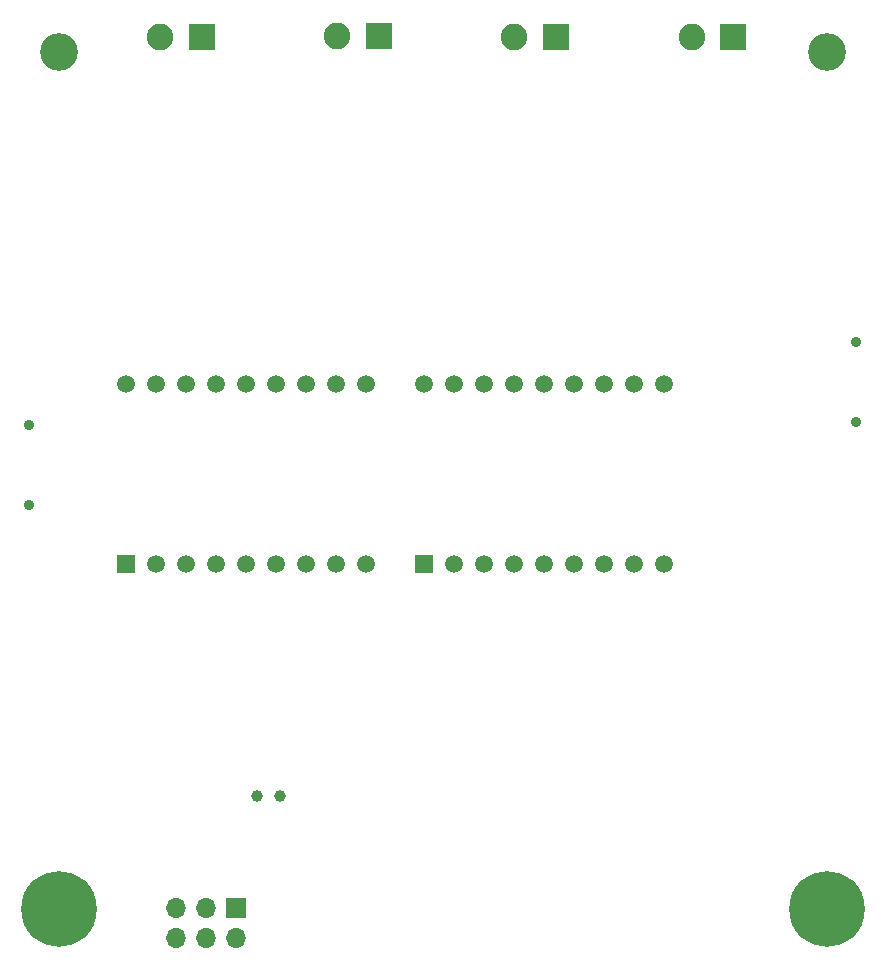
<source format=gbr>
G04 #@! TF.GenerationSoftware,KiCad,Pcbnew,(5.0-dev-4115-gdd04bcb)*
G04 #@! TF.CreationDate,2018-03-20T17:51:50-07:00*
G04 #@! TF.ProjectId,Thermocouple Data Logger,546865726D6F636F75706C6520446174,1*
G04 #@! TF.SameCoordinates,Original*
G04 #@! TF.FileFunction,Soldermask,Bot*
G04 #@! TF.FilePolarity,Negative*
%FSLAX46Y46*%
G04 Gerber Fmt 4.6, Leading zero omitted, Abs format (unit mm)*
G04 Created by KiCad (PCBNEW (5.0-dev-4115-gdd04bcb)) date Tuesday, March 20, 2018 at 05:51:50 PM*
%MOMM*%
%LPD*%
G01*
G04 APERTURE LIST*
%ADD10R,1.500000X1.500000*%
%ADD11C,1.500000*%
%ADD12C,2.250000*%
%ADD13R,2.250000X2.250000*%
%ADD14O,1.700000X1.700000*%
%ADD15R,1.700000X1.700000*%
%ADD16C,0.900000*%
%ADD17C,1.000000*%
%ADD18C,3.200000*%
%ADD19C,0.800000*%
%ADD20C,6.400000*%
G04 APERTURE END LIST*
D10*
X119650000Y-99900000D03*
D11*
X122190000Y-99900000D03*
X124730000Y-99900000D03*
X127270000Y-99900000D03*
X129810000Y-99900000D03*
X132350000Y-99900000D03*
X134890000Y-99900000D03*
X137430000Y-99900000D03*
X139970000Y-99900000D03*
X139970000Y-84660000D03*
X137430000Y-84660000D03*
X134890000Y-84660000D03*
X132350000Y-84660000D03*
X129810000Y-84660000D03*
X127270000Y-84660000D03*
X124730000Y-84660000D03*
X122190000Y-84660000D03*
X119650000Y-84660000D03*
D12*
X122575000Y-55275000D03*
D13*
X126075000Y-55275000D03*
X141075000Y-55225000D03*
D12*
X137575000Y-55225000D03*
D13*
X156075000Y-55275000D03*
D12*
X152575000Y-55275000D03*
X167575000Y-55275000D03*
D13*
X171075000Y-55275000D03*
D14*
X123920000Y-131540000D03*
X123920000Y-129000000D03*
X126460000Y-131540000D03*
X126460000Y-129000000D03*
X129000000Y-131540000D03*
D15*
X129000000Y-129000000D03*
D16*
X181500000Y-81100000D03*
X181500000Y-87900000D03*
X111500000Y-88100000D03*
X111500000Y-94900000D03*
D10*
X144900000Y-99900000D03*
D11*
X147440000Y-99900000D03*
X149980000Y-99900000D03*
X152520000Y-99900000D03*
X155060000Y-99900000D03*
X157600000Y-99900000D03*
X160140000Y-99900000D03*
X162680000Y-99900000D03*
X165220000Y-99900000D03*
X165220000Y-84660000D03*
X162680000Y-84660000D03*
X160140000Y-84660000D03*
X157600000Y-84660000D03*
X155060000Y-84660000D03*
X152520000Y-84660000D03*
X149980000Y-84660000D03*
X147440000Y-84660000D03*
X144900000Y-84660000D03*
D17*
X130800000Y-119500000D03*
X132700000Y-119500000D03*
D18*
X179000000Y-56500000D03*
X114000000Y-56500000D03*
D19*
X115697056Y-127402944D03*
X114000000Y-126700000D03*
X112302944Y-127402944D03*
X111600000Y-129100000D03*
X112302944Y-130797056D03*
X114000000Y-131500000D03*
X115697056Y-130797056D03*
X116400000Y-129100000D03*
D20*
X114000000Y-129100000D03*
X179000000Y-129100000D03*
D19*
X181400000Y-129100000D03*
X180697056Y-130797056D03*
X179000000Y-131500000D03*
X177302944Y-130797056D03*
X176600000Y-129100000D03*
X177302944Y-127402944D03*
X179000000Y-126700000D03*
X180697056Y-127402944D03*
M02*

</source>
